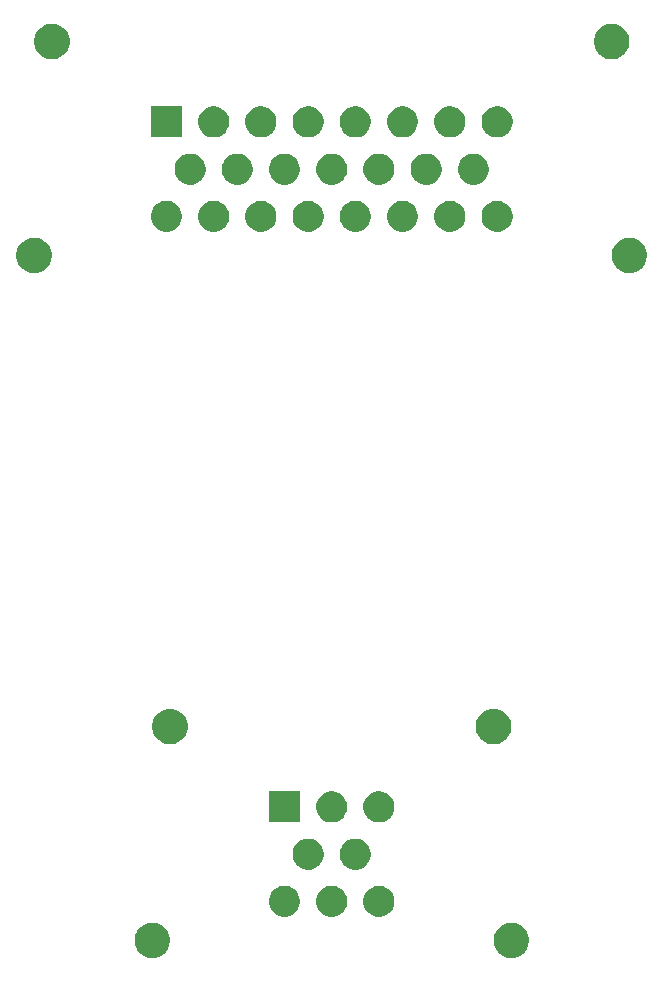
<source format=gbs>
G04 #@! TF.GenerationSoftware,KiCad,Pcbnew,(5.0.2-dirty)*
G04 #@! TF.CreationDate,2020-07-20T19:48:21+03:00*
G04 #@! TF.ProjectId,esb,6573622e-6b69-4636-9164-5f7063625858,rev?*
G04 #@! TF.SameCoordinates,Original*
G04 #@! TF.FileFunction,Soldermask,Bot*
G04 #@! TF.FilePolarity,Negative*
%FSLAX46Y46*%
G04 Gerber Fmt 4.6, Leading zero omitted, Abs format (unit mm)*
G04 Created by KiCad (PCBNEW (5.0.2-dirty)) date ma 20. heinäkuuta 2020 19.48.21*
%MOMM*%
%LPD*%
G01*
G04 APERTURE LIST*
%ADD10C,0.100000*%
G04 APERTURE END LIST*
D10*
G36*
X183538485Y-128836056D02*
X183635076Y-128855269D01*
X183748139Y-128902102D01*
X183908034Y-128968332D01*
X184153694Y-129132477D01*
X184362603Y-129341386D01*
X184526748Y-129587046D01*
X184639811Y-129860005D01*
X184697450Y-130149774D01*
X184697450Y-130445226D01*
X184639811Y-130734995D01*
X184526748Y-131007954D01*
X184362603Y-131253614D01*
X184153694Y-131462523D01*
X183908034Y-131626668D01*
X183748139Y-131692898D01*
X183635076Y-131739731D01*
X183538485Y-131758944D01*
X183345306Y-131797370D01*
X183049854Y-131797370D01*
X182856675Y-131758944D01*
X182760084Y-131739731D01*
X182647021Y-131692898D01*
X182487126Y-131626668D01*
X182241466Y-131462523D01*
X182032557Y-131253614D01*
X181868412Y-131007954D01*
X181755349Y-130734995D01*
X181697710Y-130445226D01*
X181697710Y-130149774D01*
X181755349Y-129860005D01*
X181868412Y-129587046D01*
X182032557Y-129341386D01*
X182241466Y-129132477D01*
X182487126Y-128968332D01*
X182647021Y-128902102D01*
X182760084Y-128855269D01*
X182856675Y-128836056D01*
X183049854Y-128797630D01*
X183345306Y-128797630D01*
X183538485Y-128836056D01*
X183538485Y-128836056D01*
G37*
G36*
X153139765Y-128836056D02*
X153236356Y-128855269D01*
X153349419Y-128902102D01*
X153509314Y-128968332D01*
X153754974Y-129132477D01*
X153963883Y-129341386D01*
X154128028Y-129587046D01*
X154241091Y-129860005D01*
X154298730Y-130149774D01*
X154298730Y-130445226D01*
X154241091Y-130734995D01*
X154128028Y-131007954D01*
X153963883Y-131253614D01*
X153754974Y-131462523D01*
X153509314Y-131626668D01*
X153349419Y-131692898D01*
X153236356Y-131739731D01*
X153139765Y-131758944D01*
X152946586Y-131797370D01*
X152651134Y-131797370D01*
X152457955Y-131758944D01*
X152361364Y-131739731D01*
X152248301Y-131692898D01*
X152088406Y-131626668D01*
X151842746Y-131462523D01*
X151633837Y-131253614D01*
X151469692Y-131007954D01*
X151356629Y-130734995D01*
X151298990Y-130445226D01*
X151298990Y-130149774D01*
X151356629Y-129860005D01*
X151469692Y-129587046D01*
X151633837Y-129341386D01*
X151842746Y-129132477D01*
X152088406Y-128968332D01*
X152248301Y-128902102D01*
X152361364Y-128855269D01*
X152457955Y-128836056D01*
X152651134Y-128797630D01*
X152946586Y-128797630D01*
X153139765Y-128836056D01*
X153139765Y-128836056D01*
G37*
G36*
X164382927Y-125734005D02*
X164382929Y-125734006D01*
X164382930Y-125734006D01*
X164621683Y-125832900D01*
X164835584Y-125975825D01*
X164836557Y-125976475D01*
X165019285Y-126159203D01*
X165019287Y-126159206D01*
X165162860Y-126374077D01*
X165261754Y-126612830D01*
X165312170Y-126866288D01*
X165312170Y-127124712D01*
X165261754Y-127378170D01*
X165162860Y-127616923D01*
X165019935Y-127830824D01*
X165019285Y-127831797D01*
X164836557Y-128014525D01*
X164836554Y-128014527D01*
X164621683Y-128158100D01*
X164382930Y-128256994D01*
X164382929Y-128256994D01*
X164382927Y-128256995D01*
X164129473Y-128307410D01*
X163871047Y-128307410D01*
X163617593Y-128256995D01*
X163617591Y-128256994D01*
X163617590Y-128256994D01*
X163378837Y-128158100D01*
X163163966Y-128014527D01*
X163163963Y-128014525D01*
X162981235Y-127831797D01*
X162980585Y-127830824D01*
X162837660Y-127616923D01*
X162738766Y-127378170D01*
X162688350Y-127124712D01*
X162688350Y-126866288D01*
X162738766Y-126612830D01*
X162837660Y-126374077D01*
X162981233Y-126159206D01*
X162981235Y-126159203D01*
X163163963Y-125976475D01*
X163164936Y-125975825D01*
X163378837Y-125832900D01*
X163617590Y-125734006D01*
X163617591Y-125734006D01*
X163617593Y-125734005D01*
X163871047Y-125683590D01*
X164129473Y-125683590D01*
X164382927Y-125734005D01*
X164382927Y-125734005D01*
G37*
G36*
X172378847Y-125734005D02*
X172378849Y-125734006D01*
X172378850Y-125734006D01*
X172617603Y-125832900D01*
X172831504Y-125975825D01*
X172832477Y-125976475D01*
X173015205Y-126159203D01*
X173015207Y-126159206D01*
X173158780Y-126374077D01*
X173257674Y-126612830D01*
X173308090Y-126866288D01*
X173308090Y-127124712D01*
X173257674Y-127378170D01*
X173158780Y-127616923D01*
X173015855Y-127830824D01*
X173015205Y-127831797D01*
X172832477Y-128014525D01*
X172832474Y-128014527D01*
X172617603Y-128158100D01*
X172378850Y-128256994D01*
X172378849Y-128256994D01*
X172378847Y-128256995D01*
X172125393Y-128307410D01*
X171866967Y-128307410D01*
X171613513Y-128256995D01*
X171613511Y-128256994D01*
X171613510Y-128256994D01*
X171374757Y-128158100D01*
X171159886Y-128014527D01*
X171159883Y-128014525D01*
X170977155Y-127831797D01*
X170976505Y-127830824D01*
X170833580Y-127616923D01*
X170734686Y-127378170D01*
X170684270Y-127124712D01*
X170684270Y-126866288D01*
X170734686Y-126612830D01*
X170833580Y-126374077D01*
X170977153Y-126159206D01*
X170977155Y-126159203D01*
X171159883Y-125976475D01*
X171160856Y-125975825D01*
X171374757Y-125832900D01*
X171613510Y-125734006D01*
X171613511Y-125734006D01*
X171613513Y-125734005D01*
X171866967Y-125683590D01*
X172125393Y-125683590D01*
X172378847Y-125734005D01*
X172378847Y-125734005D01*
G37*
G36*
X168380887Y-125734005D02*
X168380889Y-125734006D01*
X168380890Y-125734006D01*
X168619643Y-125832900D01*
X168833544Y-125975825D01*
X168834517Y-125976475D01*
X169017245Y-126159203D01*
X169017247Y-126159206D01*
X169160820Y-126374077D01*
X169259714Y-126612830D01*
X169310130Y-126866288D01*
X169310130Y-127124712D01*
X169259714Y-127378170D01*
X169160820Y-127616923D01*
X169017895Y-127830824D01*
X169017245Y-127831797D01*
X168834517Y-128014525D01*
X168834514Y-128014527D01*
X168619643Y-128158100D01*
X168380890Y-128256994D01*
X168380889Y-128256994D01*
X168380887Y-128256995D01*
X168127433Y-128307410D01*
X167869007Y-128307410D01*
X167615553Y-128256995D01*
X167615551Y-128256994D01*
X167615550Y-128256994D01*
X167376797Y-128158100D01*
X167161926Y-128014527D01*
X167161923Y-128014525D01*
X166979195Y-127831797D01*
X166978545Y-127830824D01*
X166835620Y-127616923D01*
X166736726Y-127378170D01*
X166686310Y-127124712D01*
X166686310Y-126866288D01*
X166736726Y-126612830D01*
X166835620Y-126374077D01*
X166979193Y-126159206D01*
X166979195Y-126159203D01*
X167161923Y-125976475D01*
X167162896Y-125975825D01*
X167376797Y-125832900D01*
X167615550Y-125734006D01*
X167615551Y-125734006D01*
X167615553Y-125734005D01*
X167869007Y-125683590D01*
X168127433Y-125683590D01*
X168380887Y-125734005D01*
X168380887Y-125734005D01*
G37*
G36*
X170379867Y-121736045D02*
X170379869Y-121736046D01*
X170379870Y-121736046D01*
X170618623Y-121834940D01*
X170832524Y-121977865D01*
X170833497Y-121978515D01*
X171016225Y-122161243D01*
X171016227Y-122161246D01*
X171159800Y-122376117D01*
X171258694Y-122614870D01*
X171309110Y-122868328D01*
X171309110Y-123126752D01*
X171258694Y-123380210D01*
X171159800Y-123618963D01*
X171016875Y-123832864D01*
X171016225Y-123833837D01*
X170833497Y-124016565D01*
X170833494Y-124016567D01*
X170618623Y-124160140D01*
X170379870Y-124259034D01*
X170379869Y-124259034D01*
X170379867Y-124259035D01*
X170126413Y-124309450D01*
X169867987Y-124309450D01*
X169614533Y-124259035D01*
X169614531Y-124259034D01*
X169614530Y-124259034D01*
X169375777Y-124160140D01*
X169160906Y-124016567D01*
X169160903Y-124016565D01*
X168978175Y-123833837D01*
X168977525Y-123832864D01*
X168834600Y-123618963D01*
X168735706Y-123380210D01*
X168685290Y-123126752D01*
X168685290Y-122868328D01*
X168735706Y-122614870D01*
X168834600Y-122376117D01*
X168978173Y-122161246D01*
X168978175Y-122161243D01*
X169160903Y-121978515D01*
X169161876Y-121977865D01*
X169375777Y-121834940D01*
X169614530Y-121736046D01*
X169614531Y-121736046D01*
X169614533Y-121736045D01*
X169867987Y-121685630D01*
X170126413Y-121685630D01*
X170379867Y-121736045D01*
X170379867Y-121736045D01*
G37*
G36*
X166381907Y-121736045D02*
X166381909Y-121736046D01*
X166381910Y-121736046D01*
X166620663Y-121834940D01*
X166834564Y-121977865D01*
X166835537Y-121978515D01*
X167018265Y-122161243D01*
X167018267Y-122161246D01*
X167161840Y-122376117D01*
X167260734Y-122614870D01*
X167311150Y-122868328D01*
X167311150Y-123126752D01*
X167260734Y-123380210D01*
X167161840Y-123618963D01*
X167018915Y-123832864D01*
X167018265Y-123833837D01*
X166835537Y-124016565D01*
X166835534Y-124016567D01*
X166620663Y-124160140D01*
X166381910Y-124259034D01*
X166381909Y-124259034D01*
X166381907Y-124259035D01*
X166128453Y-124309450D01*
X165870027Y-124309450D01*
X165616573Y-124259035D01*
X165616571Y-124259034D01*
X165616570Y-124259034D01*
X165377817Y-124160140D01*
X165162946Y-124016567D01*
X165162943Y-124016565D01*
X164980215Y-123833837D01*
X164979565Y-123832864D01*
X164836640Y-123618963D01*
X164737746Y-123380210D01*
X164687330Y-123126752D01*
X164687330Y-122868328D01*
X164737746Y-122614870D01*
X164836640Y-122376117D01*
X164980213Y-122161246D01*
X164980215Y-122161243D01*
X165162943Y-121978515D01*
X165163916Y-121977865D01*
X165377817Y-121834940D01*
X165616570Y-121736046D01*
X165616571Y-121736046D01*
X165616573Y-121736045D01*
X165870027Y-121685630D01*
X166128453Y-121685630D01*
X166381907Y-121736045D01*
X166381907Y-121736045D01*
G37*
G36*
X168380887Y-117738085D02*
X168380889Y-117738086D01*
X168380890Y-117738086D01*
X168619643Y-117836980D01*
X168833544Y-117979905D01*
X168834517Y-117980555D01*
X169017245Y-118163283D01*
X169017247Y-118163286D01*
X169160820Y-118378157D01*
X169259714Y-118616910D01*
X169310130Y-118870368D01*
X169310130Y-119128792D01*
X169259714Y-119382250D01*
X169160820Y-119621003D01*
X169017895Y-119834904D01*
X169017245Y-119835877D01*
X168834517Y-120018605D01*
X168834514Y-120018607D01*
X168619643Y-120162180D01*
X168380890Y-120261074D01*
X168380889Y-120261074D01*
X168380887Y-120261075D01*
X168127433Y-120311490D01*
X167869007Y-120311490D01*
X167615553Y-120261075D01*
X167615551Y-120261074D01*
X167615550Y-120261074D01*
X167376797Y-120162180D01*
X167161926Y-120018607D01*
X167161923Y-120018605D01*
X166979195Y-119835877D01*
X166978545Y-119834904D01*
X166835620Y-119621003D01*
X166736726Y-119382250D01*
X166686310Y-119128792D01*
X166686310Y-118870368D01*
X166736726Y-118616910D01*
X166835620Y-118378157D01*
X166979193Y-118163286D01*
X166979195Y-118163283D01*
X167161923Y-117980555D01*
X167162896Y-117979905D01*
X167376797Y-117836980D01*
X167615550Y-117738086D01*
X167615551Y-117738086D01*
X167615553Y-117738085D01*
X167869007Y-117687670D01*
X168127433Y-117687670D01*
X168380887Y-117738085D01*
X168380887Y-117738085D01*
G37*
G36*
X172378847Y-117738085D02*
X172378849Y-117738086D01*
X172378850Y-117738086D01*
X172617603Y-117836980D01*
X172831504Y-117979905D01*
X172832477Y-117980555D01*
X173015205Y-118163283D01*
X173015207Y-118163286D01*
X173158780Y-118378157D01*
X173257674Y-118616910D01*
X173308090Y-118870368D01*
X173308090Y-119128792D01*
X173257674Y-119382250D01*
X173158780Y-119621003D01*
X173015855Y-119834904D01*
X173015205Y-119835877D01*
X172832477Y-120018605D01*
X172832474Y-120018607D01*
X172617603Y-120162180D01*
X172378850Y-120261074D01*
X172378849Y-120261074D01*
X172378847Y-120261075D01*
X172125393Y-120311490D01*
X171866967Y-120311490D01*
X171613513Y-120261075D01*
X171613511Y-120261074D01*
X171613510Y-120261074D01*
X171374757Y-120162180D01*
X171159886Y-120018607D01*
X171159883Y-120018605D01*
X170977155Y-119835877D01*
X170976505Y-119834904D01*
X170833580Y-119621003D01*
X170734686Y-119382250D01*
X170684270Y-119128792D01*
X170684270Y-118870368D01*
X170734686Y-118616910D01*
X170833580Y-118378157D01*
X170977153Y-118163286D01*
X170977155Y-118163283D01*
X171159883Y-117980555D01*
X171160856Y-117979905D01*
X171374757Y-117836980D01*
X171613510Y-117738086D01*
X171613511Y-117738086D01*
X171613513Y-117738085D01*
X171866967Y-117687670D01*
X172125393Y-117687670D01*
X172378847Y-117738085D01*
X172378847Y-117738085D01*
G37*
G36*
X165312170Y-120311490D02*
X162688350Y-120311490D01*
X162688350Y-117687670D01*
X165312170Y-117687670D01*
X165312170Y-120311490D01*
X165312170Y-120311490D01*
G37*
G36*
X182037345Y-110738556D02*
X182133936Y-110757769D01*
X182246999Y-110804602D01*
X182406894Y-110870832D01*
X182652554Y-111034977D01*
X182861463Y-111243886D01*
X183025608Y-111489546D01*
X183138671Y-111762505D01*
X183196310Y-112052274D01*
X183196310Y-112347726D01*
X183138671Y-112637495D01*
X183025608Y-112910454D01*
X182861463Y-113156114D01*
X182652554Y-113365023D01*
X182406894Y-113529168D01*
X182246999Y-113595398D01*
X182133936Y-113642231D01*
X182037345Y-113661444D01*
X181844166Y-113699870D01*
X181548714Y-113699870D01*
X181355535Y-113661444D01*
X181258944Y-113642231D01*
X181145881Y-113595398D01*
X180985986Y-113529168D01*
X180740326Y-113365023D01*
X180531417Y-113156114D01*
X180367272Y-112910454D01*
X180254209Y-112637495D01*
X180196570Y-112347726D01*
X180196570Y-112052274D01*
X180254209Y-111762505D01*
X180367272Y-111489546D01*
X180531417Y-111243886D01*
X180740326Y-111034977D01*
X180985986Y-110870832D01*
X181145881Y-110804602D01*
X181258944Y-110757769D01*
X181355535Y-110738556D01*
X181548714Y-110700130D01*
X181844166Y-110700130D01*
X182037345Y-110738556D01*
X182037345Y-110738556D01*
G37*
G36*
X154640905Y-110738556D02*
X154737496Y-110757769D01*
X154850559Y-110804602D01*
X155010454Y-110870832D01*
X155256114Y-111034977D01*
X155465023Y-111243886D01*
X155629168Y-111489546D01*
X155742231Y-111762505D01*
X155799870Y-112052274D01*
X155799870Y-112347726D01*
X155742231Y-112637495D01*
X155629168Y-112910454D01*
X155465023Y-113156114D01*
X155256114Y-113365023D01*
X155010454Y-113529168D01*
X154850559Y-113595398D01*
X154737496Y-113642231D01*
X154640905Y-113661444D01*
X154447726Y-113699870D01*
X154152274Y-113699870D01*
X153959095Y-113661444D01*
X153862504Y-113642231D01*
X153749441Y-113595398D01*
X153589546Y-113529168D01*
X153343886Y-113365023D01*
X153134977Y-113156114D01*
X152970832Y-112910454D01*
X152857769Y-112637495D01*
X152800130Y-112347726D01*
X152800130Y-112052274D01*
X152857769Y-111762505D01*
X152970832Y-111489546D01*
X153134977Y-111243886D01*
X153343886Y-111034977D01*
X153589546Y-110870832D01*
X153749441Y-110804602D01*
X153862504Y-110757769D01*
X153959095Y-110738556D01*
X154152274Y-110700130D01*
X154447726Y-110700130D01*
X154640905Y-110738556D01*
X154640905Y-110738556D01*
G37*
G36*
X193538445Y-70836056D02*
X193635036Y-70855269D01*
X193748099Y-70902102D01*
X193907994Y-70968332D01*
X194153654Y-71132477D01*
X194362563Y-71341386D01*
X194526708Y-71587046D01*
X194639771Y-71860005D01*
X194697410Y-72149774D01*
X194697410Y-72445226D01*
X194639771Y-72734995D01*
X194526708Y-73007954D01*
X194362563Y-73253614D01*
X194153654Y-73462523D01*
X193907994Y-73626668D01*
X193748099Y-73692898D01*
X193635036Y-73739731D01*
X193538445Y-73758944D01*
X193345266Y-73797370D01*
X193049814Y-73797370D01*
X192856635Y-73758944D01*
X192760044Y-73739731D01*
X192646981Y-73692898D01*
X192487086Y-73626668D01*
X192241426Y-73462523D01*
X192032517Y-73253614D01*
X191868372Y-73007954D01*
X191755309Y-72734995D01*
X191697670Y-72445226D01*
X191697670Y-72149774D01*
X191755309Y-71860005D01*
X191868372Y-71587046D01*
X192032517Y-71341386D01*
X192241426Y-71132477D01*
X192487086Y-70968332D01*
X192646981Y-70902102D01*
X192760044Y-70855269D01*
X192856635Y-70836056D01*
X193049814Y-70797630D01*
X193345266Y-70797630D01*
X193538445Y-70836056D01*
X193538445Y-70836056D01*
G37*
G36*
X143139765Y-70836056D02*
X143236356Y-70855269D01*
X143349419Y-70902102D01*
X143509314Y-70968332D01*
X143754974Y-71132477D01*
X143963883Y-71341386D01*
X144128028Y-71587046D01*
X144241091Y-71860005D01*
X144298730Y-72149774D01*
X144298730Y-72445226D01*
X144241091Y-72734995D01*
X144128028Y-73007954D01*
X143963883Y-73253614D01*
X143754974Y-73462523D01*
X143509314Y-73626668D01*
X143349419Y-73692898D01*
X143236356Y-73739731D01*
X143139765Y-73758944D01*
X142946586Y-73797370D01*
X142651134Y-73797370D01*
X142457955Y-73758944D01*
X142361364Y-73739731D01*
X142248301Y-73692898D01*
X142088406Y-73626668D01*
X141842746Y-73462523D01*
X141633837Y-73253614D01*
X141469692Y-73007954D01*
X141356629Y-72734995D01*
X141298990Y-72445226D01*
X141298990Y-72149774D01*
X141356629Y-71860005D01*
X141469692Y-71587046D01*
X141633837Y-71341386D01*
X141842746Y-71132477D01*
X142088406Y-70968332D01*
X142248301Y-70902102D01*
X142361364Y-70855269D01*
X142457955Y-70836056D01*
X142651134Y-70797630D01*
X142946586Y-70797630D01*
X143139765Y-70836056D01*
X143139765Y-70836056D01*
G37*
G36*
X170379847Y-67734005D02*
X170379849Y-67734006D01*
X170379850Y-67734006D01*
X170618603Y-67832900D01*
X170832504Y-67975825D01*
X170833477Y-67976475D01*
X171016205Y-68159203D01*
X171016207Y-68159206D01*
X171159780Y-68374077D01*
X171258674Y-68612830D01*
X171309090Y-68866288D01*
X171309090Y-69124712D01*
X171258674Y-69378170D01*
X171159780Y-69616923D01*
X171016855Y-69830824D01*
X171016205Y-69831797D01*
X170833477Y-70014525D01*
X170833474Y-70014527D01*
X170618603Y-70158100D01*
X170379850Y-70256994D01*
X170379849Y-70256994D01*
X170379847Y-70256995D01*
X170126393Y-70307410D01*
X169867967Y-70307410D01*
X169614513Y-70256995D01*
X169614511Y-70256994D01*
X169614510Y-70256994D01*
X169375757Y-70158100D01*
X169160886Y-70014527D01*
X169160883Y-70014525D01*
X168978155Y-69831797D01*
X168977505Y-69830824D01*
X168834580Y-69616923D01*
X168735686Y-69378170D01*
X168685270Y-69124712D01*
X168685270Y-68866288D01*
X168735686Y-68612830D01*
X168834580Y-68374077D01*
X168978153Y-68159206D01*
X168978155Y-68159203D01*
X169160883Y-67976475D01*
X169161856Y-67975825D01*
X169375757Y-67832900D01*
X169614510Y-67734006D01*
X169614511Y-67734006D01*
X169614513Y-67734005D01*
X169867967Y-67683590D01*
X170126393Y-67683590D01*
X170379847Y-67734005D01*
X170379847Y-67734005D01*
G37*
G36*
X178380847Y-67734005D02*
X178380849Y-67734006D01*
X178380850Y-67734006D01*
X178619603Y-67832900D01*
X178833504Y-67975825D01*
X178834477Y-67976475D01*
X179017205Y-68159203D01*
X179017207Y-68159206D01*
X179160780Y-68374077D01*
X179259674Y-68612830D01*
X179310090Y-68866288D01*
X179310090Y-69124712D01*
X179259674Y-69378170D01*
X179160780Y-69616923D01*
X179017855Y-69830824D01*
X179017205Y-69831797D01*
X178834477Y-70014525D01*
X178834474Y-70014527D01*
X178619603Y-70158100D01*
X178380850Y-70256994D01*
X178380849Y-70256994D01*
X178380847Y-70256995D01*
X178127393Y-70307410D01*
X177868967Y-70307410D01*
X177615513Y-70256995D01*
X177615511Y-70256994D01*
X177615510Y-70256994D01*
X177376757Y-70158100D01*
X177161886Y-70014527D01*
X177161883Y-70014525D01*
X176979155Y-69831797D01*
X176978505Y-69830824D01*
X176835580Y-69616923D01*
X176736686Y-69378170D01*
X176686270Y-69124712D01*
X176686270Y-68866288D01*
X176736686Y-68612830D01*
X176835580Y-68374077D01*
X176979153Y-68159206D01*
X176979155Y-68159203D01*
X177161883Y-67976475D01*
X177162856Y-67975825D01*
X177376757Y-67832900D01*
X177615510Y-67734006D01*
X177615511Y-67734006D01*
X177615513Y-67734005D01*
X177868967Y-67683590D01*
X178127393Y-67683590D01*
X178380847Y-67734005D01*
X178380847Y-67734005D01*
G37*
G36*
X174380347Y-67734005D02*
X174380349Y-67734006D01*
X174380350Y-67734006D01*
X174619103Y-67832900D01*
X174833004Y-67975825D01*
X174833977Y-67976475D01*
X175016705Y-68159203D01*
X175016707Y-68159206D01*
X175160280Y-68374077D01*
X175259174Y-68612830D01*
X175309590Y-68866288D01*
X175309590Y-69124712D01*
X175259174Y-69378170D01*
X175160280Y-69616923D01*
X175017355Y-69830824D01*
X175016705Y-69831797D01*
X174833977Y-70014525D01*
X174833974Y-70014527D01*
X174619103Y-70158100D01*
X174380350Y-70256994D01*
X174380349Y-70256994D01*
X174380347Y-70256995D01*
X174126893Y-70307410D01*
X173868467Y-70307410D01*
X173615013Y-70256995D01*
X173615011Y-70256994D01*
X173615010Y-70256994D01*
X173376257Y-70158100D01*
X173161386Y-70014527D01*
X173161383Y-70014525D01*
X172978655Y-69831797D01*
X172978005Y-69830824D01*
X172835080Y-69616923D01*
X172736186Y-69378170D01*
X172685770Y-69124712D01*
X172685770Y-68866288D01*
X172736186Y-68612830D01*
X172835080Y-68374077D01*
X172978653Y-68159206D01*
X172978655Y-68159203D01*
X173161383Y-67976475D01*
X173162356Y-67975825D01*
X173376257Y-67832900D01*
X173615010Y-67734006D01*
X173615011Y-67734006D01*
X173615013Y-67734005D01*
X173868467Y-67683590D01*
X174126893Y-67683590D01*
X174380347Y-67734005D01*
X174380347Y-67734005D01*
G37*
G36*
X166381887Y-67734005D02*
X166381889Y-67734006D01*
X166381890Y-67734006D01*
X166620643Y-67832900D01*
X166834544Y-67975825D01*
X166835517Y-67976475D01*
X167018245Y-68159203D01*
X167018247Y-68159206D01*
X167161820Y-68374077D01*
X167260714Y-68612830D01*
X167311130Y-68866288D01*
X167311130Y-69124712D01*
X167260714Y-69378170D01*
X167161820Y-69616923D01*
X167018895Y-69830824D01*
X167018245Y-69831797D01*
X166835517Y-70014525D01*
X166835514Y-70014527D01*
X166620643Y-70158100D01*
X166381890Y-70256994D01*
X166381889Y-70256994D01*
X166381887Y-70256995D01*
X166128433Y-70307410D01*
X165870007Y-70307410D01*
X165616553Y-70256995D01*
X165616551Y-70256994D01*
X165616550Y-70256994D01*
X165377797Y-70158100D01*
X165162926Y-70014527D01*
X165162923Y-70014525D01*
X164980195Y-69831797D01*
X164979545Y-69830824D01*
X164836620Y-69616923D01*
X164737726Y-69378170D01*
X164687310Y-69124712D01*
X164687310Y-68866288D01*
X164737726Y-68612830D01*
X164836620Y-68374077D01*
X164980193Y-68159206D01*
X164980195Y-68159203D01*
X165162923Y-67976475D01*
X165163896Y-67975825D01*
X165377797Y-67832900D01*
X165616550Y-67734006D01*
X165616551Y-67734006D01*
X165616553Y-67734005D01*
X165870007Y-67683590D01*
X166128433Y-67683590D01*
X166381887Y-67734005D01*
X166381887Y-67734005D01*
G37*
G36*
X158380887Y-67734005D02*
X158380889Y-67734006D01*
X158380890Y-67734006D01*
X158619643Y-67832900D01*
X158833544Y-67975825D01*
X158834517Y-67976475D01*
X159017245Y-68159203D01*
X159017247Y-68159206D01*
X159160820Y-68374077D01*
X159259714Y-68612830D01*
X159310130Y-68866288D01*
X159310130Y-69124712D01*
X159259714Y-69378170D01*
X159160820Y-69616923D01*
X159017895Y-69830824D01*
X159017245Y-69831797D01*
X158834517Y-70014525D01*
X158834514Y-70014527D01*
X158619643Y-70158100D01*
X158380890Y-70256994D01*
X158380889Y-70256994D01*
X158380887Y-70256995D01*
X158127433Y-70307410D01*
X157869007Y-70307410D01*
X157615553Y-70256995D01*
X157615551Y-70256994D01*
X157615550Y-70256994D01*
X157376797Y-70158100D01*
X157161926Y-70014527D01*
X157161923Y-70014525D01*
X156979195Y-69831797D01*
X156978545Y-69830824D01*
X156835620Y-69616923D01*
X156736726Y-69378170D01*
X156686310Y-69124712D01*
X156686310Y-68866288D01*
X156736726Y-68612830D01*
X156835620Y-68374077D01*
X156979193Y-68159206D01*
X156979195Y-68159203D01*
X157161923Y-67976475D01*
X157162896Y-67975825D01*
X157376797Y-67832900D01*
X157615550Y-67734006D01*
X157615551Y-67734006D01*
X157615553Y-67734005D01*
X157869007Y-67683590D01*
X158127433Y-67683590D01*
X158380887Y-67734005D01*
X158380887Y-67734005D01*
G37*
G36*
X154382927Y-67734005D02*
X154382929Y-67734006D01*
X154382930Y-67734006D01*
X154621683Y-67832900D01*
X154835584Y-67975825D01*
X154836557Y-67976475D01*
X155019285Y-68159203D01*
X155019287Y-68159206D01*
X155162860Y-68374077D01*
X155261754Y-68612830D01*
X155312170Y-68866288D01*
X155312170Y-69124712D01*
X155261754Y-69378170D01*
X155162860Y-69616923D01*
X155019935Y-69830824D01*
X155019285Y-69831797D01*
X154836557Y-70014525D01*
X154836554Y-70014527D01*
X154621683Y-70158100D01*
X154382930Y-70256994D01*
X154382929Y-70256994D01*
X154382927Y-70256995D01*
X154129473Y-70307410D01*
X153871047Y-70307410D01*
X153617593Y-70256995D01*
X153617591Y-70256994D01*
X153617590Y-70256994D01*
X153378837Y-70158100D01*
X153163966Y-70014527D01*
X153163963Y-70014525D01*
X152981235Y-69831797D01*
X152980585Y-69830824D01*
X152837660Y-69616923D01*
X152738766Y-69378170D01*
X152688350Y-69124712D01*
X152688350Y-68866288D01*
X152738766Y-68612830D01*
X152837660Y-68374077D01*
X152981233Y-68159206D01*
X152981235Y-68159203D01*
X153163963Y-67976475D01*
X153164936Y-67975825D01*
X153378837Y-67832900D01*
X153617590Y-67734006D01*
X153617591Y-67734006D01*
X153617593Y-67734005D01*
X153871047Y-67683590D01*
X154129473Y-67683590D01*
X154382927Y-67734005D01*
X154382927Y-67734005D01*
G37*
G36*
X182378807Y-67734005D02*
X182378809Y-67734006D01*
X182378810Y-67734006D01*
X182617563Y-67832900D01*
X182831464Y-67975825D01*
X182832437Y-67976475D01*
X183015165Y-68159203D01*
X183015167Y-68159206D01*
X183158740Y-68374077D01*
X183257634Y-68612830D01*
X183308050Y-68866288D01*
X183308050Y-69124712D01*
X183257634Y-69378170D01*
X183158740Y-69616923D01*
X183015815Y-69830824D01*
X183015165Y-69831797D01*
X182832437Y-70014525D01*
X182832434Y-70014527D01*
X182617563Y-70158100D01*
X182378810Y-70256994D01*
X182378809Y-70256994D01*
X182378807Y-70256995D01*
X182125353Y-70307410D01*
X181866927Y-70307410D01*
X181613473Y-70256995D01*
X181613471Y-70256994D01*
X181613470Y-70256994D01*
X181374717Y-70158100D01*
X181159846Y-70014527D01*
X181159843Y-70014525D01*
X180977115Y-69831797D01*
X180976465Y-69830824D01*
X180833540Y-69616923D01*
X180734646Y-69378170D01*
X180684230Y-69124712D01*
X180684230Y-68866288D01*
X180734646Y-68612830D01*
X180833540Y-68374077D01*
X180977113Y-68159206D01*
X180977115Y-68159203D01*
X181159843Y-67976475D01*
X181160816Y-67975825D01*
X181374717Y-67832900D01*
X181613470Y-67734006D01*
X181613471Y-67734006D01*
X181613473Y-67734005D01*
X181866927Y-67683590D01*
X182125353Y-67683590D01*
X182378807Y-67734005D01*
X182378807Y-67734005D01*
G37*
G36*
X162381387Y-67734005D02*
X162381389Y-67734006D01*
X162381390Y-67734006D01*
X162620143Y-67832900D01*
X162834044Y-67975825D01*
X162835017Y-67976475D01*
X163017745Y-68159203D01*
X163017747Y-68159206D01*
X163161320Y-68374077D01*
X163260214Y-68612830D01*
X163310630Y-68866288D01*
X163310630Y-69124712D01*
X163260214Y-69378170D01*
X163161320Y-69616923D01*
X163018395Y-69830824D01*
X163017745Y-69831797D01*
X162835017Y-70014525D01*
X162835014Y-70014527D01*
X162620143Y-70158100D01*
X162381390Y-70256994D01*
X162381389Y-70256994D01*
X162381387Y-70256995D01*
X162127933Y-70307410D01*
X161869507Y-70307410D01*
X161616053Y-70256995D01*
X161616051Y-70256994D01*
X161616050Y-70256994D01*
X161377297Y-70158100D01*
X161162426Y-70014527D01*
X161162423Y-70014525D01*
X160979695Y-69831797D01*
X160979045Y-69830824D01*
X160836120Y-69616923D01*
X160737226Y-69378170D01*
X160686810Y-69124712D01*
X160686810Y-68866288D01*
X160737226Y-68612830D01*
X160836120Y-68374077D01*
X160979693Y-68159206D01*
X160979695Y-68159203D01*
X161162423Y-67976475D01*
X161163396Y-67975825D01*
X161377297Y-67832900D01*
X161616050Y-67734006D01*
X161616051Y-67734006D01*
X161616053Y-67734005D01*
X161869507Y-67683590D01*
X162127933Y-67683590D01*
X162381387Y-67734005D01*
X162381387Y-67734005D01*
G37*
G36*
X156381907Y-63736045D02*
X156381909Y-63736046D01*
X156381910Y-63736046D01*
X156620663Y-63834940D01*
X156834564Y-63977865D01*
X156835537Y-63978515D01*
X157018265Y-64161243D01*
X157018267Y-64161246D01*
X157161840Y-64376117D01*
X157260734Y-64614870D01*
X157311150Y-64868328D01*
X157311150Y-65126752D01*
X157260734Y-65380210D01*
X157161840Y-65618963D01*
X157018915Y-65832864D01*
X157018265Y-65833837D01*
X156835537Y-66016565D01*
X156835534Y-66016567D01*
X156620663Y-66160140D01*
X156381910Y-66259034D01*
X156381909Y-66259034D01*
X156381907Y-66259035D01*
X156128453Y-66309450D01*
X155870027Y-66309450D01*
X155616573Y-66259035D01*
X155616571Y-66259034D01*
X155616570Y-66259034D01*
X155377817Y-66160140D01*
X155162946Y-66016567D01*
X155162943Y-66016565D01*
X154980215Y-65833837D01*
X154979565Y-65832864D01*
X154836640Y-65618963D01*
X154737746Y-65380210D01*
X154687330Y-65126752D01*
X154687330Y-64868328D01*
X154737746Y-64614870D01*
X154836640Y-64376117D01*
X154980213Y-64161246D01*
X154980215Y-64161243D01*
X155162943Y-63978515D01*
X155163916Y-63977865D01*
X155377817Y-63834940D01*
X155616570Y-63736046D01*
X155616571Y-63736046D01*
X155616573Y-63736045D01*
X155870027Y-63685630D01*
X156128453Y-63685630D01*
X156381907Y-63736045D01*
X156381907Y-63736045D01*
G37*
G36*
X164382907Y-63736045D02*
X164382909Y-63736046D01*
X164382910Y-63736046D01*
X164621663Y-63834940D01*
X164835564Y-63977865D01*
X164836537Y-63978515D01*
X165019265Y-64161243D01*
X165019267Y-64161246D01*
X165162840Y-64376117D01*
X165261734Y-64614870D01*
X165312150Y-64868328D01*
X165312150Y-65126752D01*
X165261734Y-65380210D01*
X165162840Y-65618963D01*
X165019915Y-65832864D01*
X165019265Y-65833837D01*
X164836537Y-66016565D01*
X164836534Y-66016567D01*
X164621663Y-66160140D01*
X164382910Y-66259034D01*
X164382909Y-66259034D01*
X164382907Y-66259035D01*
X164129453Y-66309450D01*
X163871027Y-66309450D01*
X163617573Y-66259035D01*
X163617571Y-66259034D01*
X163617570Y-66259034D01*
X163378817Y-66160140D01*
X163163946Y-66016567D01*
X163163943Y-66016565D01*
X162981215Y-65833837D01*
X162980565Y-65832864D01*
X162837640Y-65618963D01*
X162738746Y-65380210D01*
X162688330Y-65126752D01*
X162688330Y-64868328D01*
X162738746Y-64614870D01*
X162837640Y-64376117D01*
X162981213Y-64161246D01*
X162981215Y-64161243D01*
X163163943Y-63978515D01*
X163164916Y-63977865D01*
X163378817Y-63834940D01*
X163617570Y-63736046D01*
X163617571Y-63736046D01*
X163617573Y-63736045D01*
X163871027Y-63685630D01*
X164129453Y-63685630D01*
X164382907Y-63736045D01*
X164382907Y-63736045D01*
G37*
G36*
X160382407Y-63736045D02*
X160382409Y-63736046D01*
X160382410Y-63736046D01*
X160621163Y-63834940D01*
X160835064Y-63977865D01*
X160836037Y-63978515D01*
X161018765Y-64161243D01*
X161018767Y-64161246D01*
X161162340Y-64376117D01*
X161261234Y-64614870D01*
X161311650Y-64868328D01*
X161311650Y-65126752D01*
X161261234Y-65380210D01*
X161162340Y-65618963D01*
X161019415Y-65832864D01*
X161018765Y-65833837D01*
X160836037Y-66016565D01*
X160836034Y-66016567D01*
X160621163Y-66160140D01*
X160382410Y-66259034D01*
X160382409Y-66259034D01*
X160382407Y-66259035D01*
X160128953Y-66309450D01*
X159870527Y-66309450D01*
X159617073Y-66259035D01*
X159617071Y-66259034D01*
X159617070Y-66259034D01*
X159378317Y-66160140D01*
X159163446Y-66016567D01*
X159163443Y-66016565D01*
X158980715Y-65833837D01*
X158980065Y-65832864D01*
X158837140Y-65618963D01*
X158738246Y-65380210D01*
X158687830Y-65126752D01*
X158687830Y-64868328D01*
X158738246Y-64614870D01*
X158837140Y-64376117D01*
X158980713Y-64161246D01*
X158980715Y-64161243D01*
X159163443Y-63978515D01*
X159164416Y-63977865D01*
X159378317Y-63834940D01*
X159617070Y-63736046D01*
X159617071Y-63736046D01*
X159617073Y-63736045D01*
X159870527Y-63685630D01*
X160128953Y-63685630D01*
X160382407Y-63736045D01*
X160382407Y-63736045D01*
G37*
G36*
X172378827Y-63736045D02*
X172378829Y-63736046D01*
X172378830Y-63736046D01*
X172617583Y-63834940D01*
X172831484Y-63977865D01*
X172832457Y-63978515D01*
X173015185Y-64161243D01*
X173015187Y-64161246D01*
X173158760Y-64376117D01*
X173257654Y-64614870D01*
X173308070Y-64868328D01*
X173308070Y-65126752D01*
X173257654Y-65380210D01*
X173158760Y-65618963D01*
X173015835Y-65832864D01*
X173015185Y-65833837D01*
X172832457Y-66016565D01*
X172832454Y-66016567D01*
X172617583Y-66160140D01*
X172378830Y-66259034D01*
X172378829Y-66259034D01*
X172378827Y-66259035D01*
X172125373Y-66309450D01*
X171866947Y-66309450D01*
X171613493Y-66259035D01*
X171613491Y-66259034D01*
X171613490Y-66259034D01*
X171374737Y-66160140D01*
X171159866Y-66016567D01*
X171159863Y-66016565D01*
X170977135Y-65833837D01*
X170976485Y-65832864D01*
X170833560Y-65618963D01*
X170734666Y-65380210D01*
X170684250Y-65126752D01*
X170684250Y-64868328D01*
X170734666Y-64614870D01*
X170833560Y-64376117D01*
X170977133Y-64161246D01*
X170977135Y-64161243D01*
X171159863Y-63978515D01*
X171160836Y-63977865D01*
X171374737Y-63834940D01*
X171613490Y-63736046D01*
X171613491Y-63736046D01*
X171613493Y-63736045D01*
X171866947Y-63685630D01*
X172125373Y-63685630D01*
X172378827Y-63736045D01*
X172378827Y-63736045D01*
G37*
G36*
X176379327Y-63736045D02*
X176379329Y-63736046D01*
X176379330Y-63736046D01*
X176618083Y-63834940D01*
X176831984Y-63977865D01*
X176832957Y-63978515D01*
X177015685Y-64161243D01*
X177015687Y-64161246D01*
X177159260Y-64376117D01*
X177258154Y-64614870D01*
X177308570Y-64868328D01*
X177308570Y-65126752D01*
X177258154Y-65380210D01*
X177159260Y-65618963D01*
X177016335Y-65832864D01*
X177015685Y-65833837D01*
X176832957Y-66016565D01*
X176832954Y-66016567D01*
X176618083Y-66160140D01*
X176379330Y-66259034D01*
X176379329Y-66259034D01*
X176379327Y-66259035D01*
X176125873Y-66309450D01*
X175867447Y-66309450D01*
X175613993Y-66259035D01*
X175613991Y-66259034D01*
X175613990Y-66259034D01*
X175375237Y-66160140D01*
X175160366Y-66016567D01*
X175160363Y-66016565D01*
X174977635Y-65833837D01*
X174976985Y-65832864D01*
X174834060Y-65618963D01*
X174735166Y-65380210D01*
X174684750Y-65126752D01*
X174684750Y-64868328D01*
X174735166Y-64614870D01*
X174834060Y-64376117D01*
X174977633Y-64161246D01*
X174977635Y-64161243D01*
X175160363Y-63978515D01*
X175161336Y-63977865D01*
X175375237Y-63834940D01*
X175613990Y-63736046D01*
X175613991Y-63736046D01*
X175613993Y-63736045D01*
X175867447Y-63685630D01*
X176125873Y-63685630D01*
X176379327Y-63736045D01*
X176379327Y-63736045D01*
G37*
G36*
X180379827Y-63736045D02*
X180379829Y-63736046D01*
X180379830Y-63736046D01*
X180618583Y-63834940D01*
X180832484Y-63977865D01*
X180833457Y-63978515D01*
X181016185Y-64161243D01*
X181016187Y-64161246D01*
X181159760Y-64376117D01*
X181258654Y-64614870D01*
X181309070Y-64868328D01*
X181309070Y-65126752D01*
X181258654Y-65380210D01*
X181159760Y-65618963D01*
X181016835Y-65832864D01*
X181016185Y-65833837D01*
X180833457Y-66016565D01*
X180833454Y-66016567D01*
X180618583Y-66160140D01*
X180379830Y-66259034D01*
X180379829Y-66259034D01*
X180379827Y-66259035D01*
X180126373Y-66309450D01*
X179867947Y-66309450D01*
X179614493Y-66259035D01*
X179614491Y-66259034D01*
X179614490Y-66259034D01*
X179375737Y-66160140D01*
X179160866Y-66016567D01*
X179160863Y-66016565D01*
X178978135Y-65833837D01*
X178977485Y-65832864D01*
X178834560Y-65618963D01*
X178735666Y-65380210D01*
X178685250Y-65126752D01*
X178685250Y-64868328D01*
X178735666Y-64614870D01*
X178834560Y-64376117D01*
X178978133Y-64161246D01*
X178978135Y-64161243D01*
X179160863Y-63978515D01*
X179161836Y-63977865D01*
X179375737Y-63834940D01*
X179614490Y-63736046D01*
X179614491Y-63736046D01*
X179614493Y-63736045D01*
X179867947Y-63685630D01*
X180126373Y-63685630D01*
X180379827Y-63736045D01*
X180379827Y-63736045D01*
G37*
G36*
X168380867Y-63736045D02*
X168380869Y-63736046D01*
X168380870Y-63736046D01*
X168619623Y-63834940D01*
X168833524Y-63977865D01*
X168834497Y-63978515D01*
X169017225Y-64161243D01*
X169017227Y-64161246D01*
X169160800Y-64376117D01*
X169259694Y-64614870D01*
X169310110Y-64868328D01*
X169310110Y-65126752D01*
X169259694Y-65380210D01*
X169160800Y-65618963D01*
X169017875Y-65832864D01*
X169017225Y-65833837D01*
X168834497Y-66016565D01*
X168834494Y-66016567D01*
X168619623Y-66160140D01*
X168380870Y-66259034D01*
X168380869Y-66259034D01*
X168380867Y-66259035D01*
X168127413Y-66309450D01*
X167868987Y-66309450D01*
X167615533Y-66259035D01*
X167615531Y-66259034D01*
X167615530Y-66259034D01*
X167376777Y-66160140D01*
X167161906Y-66016567D01*
X167161903Y-66016565D01*
X166979175Y-65833837D01*
X166978525Y-65832864D01*
X166835600Y-65618963D01*
X166736706Y-65380210D01*
X166686290Y-65126752D01*
X166686290Y-64868328D01*
X166736706Y-64614870D01*
X166835600Y-64376117D01*
X166979173Y-64161246D01*
X166979175Y-64161243D01*
X167161903Y-63978515D01*
X167162876Y-63977865D01*
X167376777Y-63834940D01*
X167615530Y-63736046D01*
X167615531Y-63736046D01*
X167615533Y-63736045D01*
X167868987Y-63685630D01*
X168127413Y-63685630D01*
X168380867Y-63736045D01*
X168380867Y-63736045D01*
G37*
G36*
X162381387Y-59738085D02*
X162381389Y-59738086D01*
X162381390Y-59738086D01*
X162620143Y-59836980D01*
X162834044Y-59979905D01*
X162835017Y-59980555D01*
X163017745Y-60163283D01*
X163017747Y-60163286D01*
X163161320Y-60378157D01*
X163260214Y-60616910D01*
X163310630Y-60870368D01*
X163310630Y-61128792D01*
X163260214Y-61382250D01*
X163161320Y-61621003D01*
X163018395Y-61834904D01*
X163017745Y-61835877D01*
X162835017Y-62018605D01*
X162835014Y-62018607D01*
X162620143Y-62162180D01*
X162381390Y-62261074D01*
X162381389Y-62261074D01*
X162381387Y-62261075D01*
X162127933Y-62311490D01*
X161869507Y-62311490D01*
X161616053Y-62261075D01*
X161616051Y-62261074D01*
X161616050Y-62261074D01*
X161377297Y-62162180D01*
X161162426Y-62018607D01*
X161162423Y-62018605D01*
X160979695Y-61835877D01*
X160979045Y-61834904D01*
X160836120Y-61621003D01*
X160737226Y-61382250D01*
X160686810Y-61128792D01*
X160686810Y-60870368D01*
X160737226Y-60616910D01*
X160836120Y-60378157D01*
X160979693Y-60163286D01*
X160979695Y-60163283D01*
X161162423Y-59980555D01*
X161163396Y-59979905D01*
X161377297Y-59836980D01*
X161616050Y-59738086D01*
X161616051Y-59738086D01*
X161616053Y-59738085D01*
X161869507Y-59687670D01*
X162127933Y-59687670D01*
X162381387Y-59738085D01*
X162381387Y-59738085D01*
G37*
G36*
X182378807Y-59738085D02*
X182378809Y-59738086D01*
X182378810Y-59738086D01*
X182617563Y-59836980D01*
X182831464Y-59979905D01*
X182832437Y-59980555D01*
X183015165Y-60163283D01*
X183015167Y-60163286D01*
X183158740Y-60378157D01*
X183257634Y-60616910D01*
X183308050Y-60870368D01*
X183308050Y-61128792D01*
X183257634Y-61382250D01*
X183158740Y-61621003D01*
X183015815Y-61834904D01*
X183015165Y-61835877D01*
X182832437Y-62018605D01*
X182832434Y-62018607D01*
X182617563Y-62162180D01*
X182378810Y-62261074D01*
X182378809Y-62261074D01*
X182378807Y-62261075D01*
X182125353Y-62311490D01*
X181866927Y-62311490D01*
X181613473Y-62261075D01*
X181613471Y-62261074D01*
X181613470Y-62261074D01*
X181374717Y-62162180D01*
X181159846Y-62018607D01*
X181159843Y-62018605D01*
X180977115Y-61835877D01*
X180976465Y-61834904D01*
X180833540Y-61621003D01*
X180734646Y-61382250D01*
X180684230Y-61128792D01*
X180684230Y-60870368D01*
X180734646Y-60616910D01*
X180833540Y-60378157D01*
X180977113Y-60163286D01*
X180977115Y-60163283D01*
X181159843Y-59980555D01*
X181160816Y-59979905D01*
X181374717Y-59836980D01*
X181613470Y-59738086D01*
X181613471Y-59738086D01*
X181613473Y-59738085D01*
X181866927Y-59687670D01*
X182125353Y-59687670D01*
X182378807Y-59738085D01*
X182378807Y-59738085D01*
G37*
G36*
X178380847Y-59738085D02*
X178380849Y-59738086D01*
X178380850Y-59738086D01*
X178619603Y-59836980D01*
X178833504Y-59979905D01*
X178834477Y-59980555D01*
X179017205Y-60163283D01*
X179017207Y-60163286D01*
X179160780Y-60378157D01*
X179259674Y-60616910D01*
X179310090Y-60870368D01*
X179310090Y-61128792D01*
X179259674Y-61382250D01*
X179160780Y-61621003D01*
X179017855Y-61834904D01*
X179017205Y-61835877D01*
X178834477Y-62018605D01*
X178834474Y-62018607D01*
X178619603Y-62162180D01*
X178380850Y-62261074D01*
X178380849Y-62261074D01*
X178380847Y-62261075D01*
X178127393Y-62311490D01*
X177868967Y-62311490D01*
X177615513Y-62261075D01*
X177615511Y-62261074D01*
X177615510Y-62261074D01*
X177376757Y-62162180D01*
X177161886Y-62018607D01*
X177161883Y-62018605D01*
X176979155Y-61835877D01*
X176978505Y-61834904D01*
X176835580Y-61621003D01*
X176736686Y-61382250D01*
X176686270Y-61128792D01*
X176686270Y-60870368D01*
X176736686Y-60616910D01*
X176835580Y-60378157D01*
X176979153Y-60163286D01*
X176979155Y-60163283D01*
X177161883Y-59980555D01*
X177162856Y-59979905D01*
X177376757Y-59836980D01*
X177615510Y-59738086D01*
X177615511Y-59738086D01*
X177615513Y-59738085D01*
X177868967Y-59687670D01*
X178127393Y-59687670D01*
X178380847Y-59738085D01*
X178380847Y-59738085D01*
G37*
G36*
X174380347Y-59738085D02*
X174380349Y-59738086D01*
X174380350Y-59738086D01*
X174619103Y-59836980D01*
X174833004Y-59979905D01*
X174833977Y-59980555D01*
X175016705Y-60163283D01*
X175016707Y-60163286D01*
X175160280Y-60378157D01*
X175259174Y-60616910D01*
X175309590Y-60870368D01*
X175309590Y-61128792D01*
X175259174Y-61382250D01*
X175160280Y-61621003D01*
X175017355Y-61834904D01*
X175016705Y-61835877D01*
X174833977Y-62018605D01*
X174833974Y-62018607D01*
X174619103Y-62162180D01*
X174380350Y-62261074D01*
X174380349Y-62261074D01*
X174380347Y-62261075D01*
X174126893Y-62311490D01*
X173868467Y-62311490D01*
X173615013Y-62261075D01*
X173615011Y-62261074D01*
X173615010Y-62261074D01*
X173376257Y-62162180D01*
X173161386Y-62018607D01*
X173161383Y-62018605D01*
X172978655Y-61835877D01*
X172978005Y-61834904D01*
X172835080Y-61621003D01*
X172736186Y-61382250D01*
X172685770Y-61128792D01*
X172685770Y-60870368D01*
X172736186Y-60616910D01*
X172835080Y-60378157D01*
X172978653Y-60163286D01*
X172978655Y-60163283D01*
X173161383Y-59980555D01*
X173162356Y-59979905D01*
X173376257Y-59836980D01*
X173615010Y-59738086D01*
X173615011Y-59738086D01*
X173615013Y-59738085D01*
X173868467Y-59687670D01*
X174126893Y-59687670D01*
X174380347Y-59738085D01*
X174380347Y-59738085D01*
G37*
G36*
X170379847Y-59738085D02*
X170379849Y-59738086D01*
X170379850Y-59738086D01*
X170618603Y-59836980D01*
X170832504Y-59979905D01*
X170833477Y-59980555D01*
X171016205Y-60163283D01*
X171016207Y-60163286D01*
X171159780Y-60378157D01*
X171258674Y-60616910D01*
X171309090Y-60870368D01*
X171309090Y-61128792D01*
X171258674Y-61382250D01*
X171159780Y-61621003D01*
X171016855Y-61834904D01*
X171016205Y-61835877D01*
X170833477Y-62018605D01*
X170833474Y-62018607D01*
X170618603Y-62162180D01*
X170379850Y-62261074D01*
X170379849Y-62261074D01*
X170379847Y-62261075D01*
X170126393Y-62311490D01*
X169867967Y-62311490D01*
X169614513Y-62261075D01*
X169614511Y-62261074D01*
X169614510Y-62261074D01*
X169375757Y-62162180D01*
X169160886Y-62018607D01*
X169160883Y-62018605D01*
X168978155Y-61835877D01*
X168977505Y-61834904D01*
X168834580Y-61621003D01*
X168735686Y-61382250D01*
X168685270Y-61128792D01*
X168685270Y-60870368D01*
X168735686Y-60616910D01*
X168834580Y-60378157D01*
X168978153Y-60163286D01*
X168978155Y-60163283D01*
X169160883Y-59980555D01*
X169161856Y-59979905D01*
X169375757Y-59836980D01*
X169614510Y-59738086D01*
X169614511Y-59738086D01*
X169614513Y-59738085D01*
X169867967Y-59687670D01*
X170126393Y-59687670D01*
X170379847Y-59738085D01*
X170379847Y-59738085D01*
G37*
G36*
X166381887Y-59738085D02*
X166381889Y-59738086D01*
X166381890Y-59738086D01*
X166620643Y-59836980D01*
X166834544Y-59979905D01*
X166835517Y-59980555D01*
X167018245Y-60163283D01*
X167018247Y-60163286D01*
X167161820Y-60378157D01*
X167260714Y-60616910D01*
X167311130Y-60870368D01*
X167311130Y-61128792D01*
X167260714Y-61382250D01*
X167161820Y-61621003D01*
X167018895Y-61834904D01*
X167018245Y-61835877D01*
X166835517Y-62018605D01*
X166835514Y-62018607D01*
X166620643Y-62162180D01*
X166381890Y-62261074D01*
X166381889Y-62261074D01*
X166381887Y-62261075D01*
X166128433Y-62311490D01*
X165870007Y-62311490D01*
X165616553Y-62261075D01*
X165616551Y-62261074D01*
X165616550Y-62261074D01*
X165377797Y-62162180D01*
X165162926Y-62018607D01*
X165162923Y-62018605D01*
X164980195Y-61835877D01*
X164979545Y-61834904D01*
X164836620Y-61621003D01*
X164737726Y-61382250D01*
X164687310Y-61128792D01*
X164687310Y-60870368D01*
X164737726Y-60616910D01*
X164836620Y-60378157D01*
X164980193Y-60163286D01*
X164980195Y-60163283D01*
X165162923Y-59980555D01*
X165163896Y-59979905D01*
X165377797Y-59836980D01*
X165616550Y-59738086D01*
X165616551Y-59738086D01*
X165616553Y-59738085D01*
X165870007Y-59687670D01*
X166128433Y-59687670D01*
X166381887Y-59738085D01*
X166381887Y-59738085D01*
G37*
G36*
X158380887Y-59738085D02*
X158380889Y-59738086D01*
X158380890Y-59738086D01*
X158619643Y-59836980D01*
X158833544Y-59979905D01*
X158834517Y-59980555D01*
X159017245Y-60163283D01*
X159017247Y-60163286D01*
X159160820Y-60378157D01*
X159259714Y-60616910D01*
X159310130Y-60870368D01*
X159310130Y-61128792D01*
X159259714Y-61382250D01*
X159160820Y-61621003D01*
X159017895Y-61834904D01*
X159017245Y-61835877D01*
X158834517Y-62018605D01*
X158834514Y-62018607D01*
X158619643Y-62162180D01*
X158380890Y-62261074D01*
X158380889Y-62261074D01*
X158380887Y-62261075D01*
X158127433Y-62311490D01*
X157869007Y-62311490D01*
X157615553Y-62261075D01*
X157615551Y-62261074D01*
X157615550Y-62261074D01*
X157376797Y-62162180D01*
X157161926Y-62018607D01*
X157161923Y-62018605D01*
X156979195Y-61835877D01*
X156978545Y-61834904D01*
X156835620Y-61621003D01*
X156736726Y-61382250D01*
X156686310Y-61128792D01*
X156686310Y-60870368D01*
X156736726Y-60616910D01*
X156835620Y-60378157D01*
X156979193Y-60163286D01*
X156979195Y-60163283D01*
X157161923Y-59980555D01*
X157162896Y-59979905D01*
X157376797Y-59836980D01*
X157615550Y-59738086D01*
X157615551Y-59738086D01*
X157615553Y-59738085D01*
X157869007Y-59687670D01*
X158127433Y-59687670D01*
X158380887Y-59738085D01*
X158380887Y-59738085D01*
G37*
G36*
X155312170Y-62311490D02*
X152688350Y-62311490D01*
X152688350Y-59687670D01*
X155312170Y-59687670D01*
X155312170Y-62311490D01*
X155312170Y-62311490D01*
G37*
G36*
X192037305Y-52738556D02*
X192133896Y-52757769D01*
X192246959Y-52804602D01*
X192406854Y-52870832D01*
X192652514Y-53034977D01*
X192861423Y-53243886D01*
X193025568Y-53489546D01*
X193138631Y-53762505D01*
X193196270Y-54052274D01*
X193196270Y-54347726D01*
X193138631Y-54637495D01*
X193025568Y-54910454D01*
X192861423Y-55156114D01*
X192652514Y-55365023D01*
X192406854Y-55529168D01*
X192246959Y-55595398D01*
X192133896Y-55642231D01*
X192037305Y-55661444D01*
X191844126Y-55699870D01*
X191548674Y-55699870D01*
X191355495Y-55661444D01*
X191258904Y-55642231D01*
X191145841Y-55595398D01*
X190985946Y-55529168D01*
X190740286Y-55365023D01*
X190531377Y-55156114D01*
X190367232Y-54910454D01*
X190254169Y-54637495D01*
X190196530Y-54347726D01*
X190196530Y-54052274D01*
X190254169Y-53762505D01*
X190367232Y-53489546D01*
X190531377Y-53243886D01*
X190740286Y-53034977D01*
X190985946Y-52870832D01*
X191145841Y-52804602D01*
X191258904Y-52757769D01*
X191355495Y-52738556D01*
X191548674Y-52700130D01*
X191844126Y-52700130D01*
X192037305Y-52738556D01*
X192037305Y-52738556D01*
G37*
G36*
X144640905Y-52738556D02*
X144737496Y-52757769D01*
X144850559Y-52804602D01*
X145010454Y-52870832D01*
X145256114Y-53034977D01*
X145465023Y-53243886D01*
X145629168Y-53489546D01*
X145742231Y-53762505D01*
X145799870Y-54052274D01*
X145799870Y-54347726D01*
X145742231Y-54637495D01*
X145629168Y-54910454D01*
X145465023Y-55156114D01*
X145256114Y-55365023D01*
X145010454Y-55529168D01*
X144850559Y-55595398D01*
X144737496Y-55642231D01*
X144640905Y-55661444D01*
X144447726Y-55699870D01*
X144152274Y-55699870D01*
X143959095Y-55661444D01*
X143862504Y-55642231D01*
X143749441Y-55595398D01*
X143589546Y-55529168D01*
X143343886Y-55365023D01*
X143134977Y-55156114D01*
X142970832Y-54910454D01*
X142857769Y-54637495D01*
X142800130Y-54347726D01*
X142800130Y-54052274D01*
X142857769Y-53762505D01*
X142970832Y-53489546D01*
X143134977Y-53243886D01*
X143343886Y-53034977D01*
X143589546Y-52870832D01*
X143749441Y-52804602D01*
X143862504Y-52757769D01*
X143959095Y-52738556D01*
X144152274Y-52700130D01*
X144447726Y-52700130D01*
X144640905Y-52738556D01*
X144640905Y-52738556D01*
G37*
M02*

</source>
